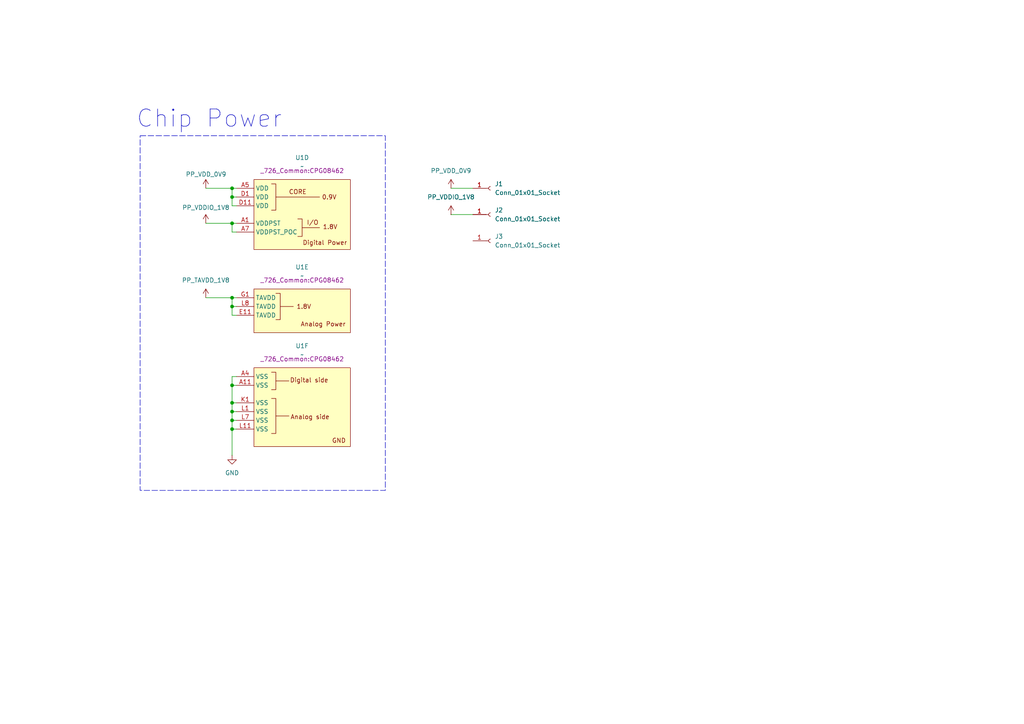
<source format=kicad_sch>
(kicad_sch (version 20231120) (generator "eeschema") (generator_version "8.0")
  (paper "A4")
  (lib_symbols
    (symbol "Connector:Conn_01x01_Socket" (pin_names (offset 1.016) hide)
      (property "Reference" "J" (at 0 2.54 0))
      (property "Value" "Conn_01x01_Socket" (at 0 -2.54 0))
      (symbol "Conn_01x01_Socket_1_1"
        (polyline (pts (xy -1.27 0) (xy -0.508 0)) (stroke (width 0.1524)))
        (arc (start 0 0.508) (mid -0.5058 0) (end 0 -0.508) (stroke (width 0.1524)))
        (pin passive line (at -5.08 0 0) (length 3.81) (name "Pin_1") (number "1"))
      )
    )
    (symbol "_PHASE:PHASEIC_SOCKET"
      (property "Reference" "U" (at 0 9.906 0))
      (property "Footprint" "_726_Common:CPG08462" (at 0 8.382 0))
      (symbol "PHASEIC_SOCKET_1_1"
        (rectangle (start -13.97 6.35) (end 13.97 -26.67) (fill (type background)))
        (text "Digital" (at 10.16 -24.638 0) (effects (font (size 1.27 1.27))))
        (pin input line (at -19.05 3.81 0) (length 5.08) (name "SPI_CS_L") (number "A3"))
        (pin input line (at -19.05 -1.27 0) (length 5.08) (name "SPI_COPI") (number "A6"))
        (pin input clock (at -19.05 -21.59 0) (length 5.08) (name "CLK") (number "A8"))
        (pin input line (at -19.05 1.27 0) (length 5.08) (name "SPI_CLK") (number "B4"))
        (pin output line (at 19.05 -1.27 180) (length 5.08) (name "SPI_CIPO") (number "B5"))
        (pin input clock (at -19.05 -19.05 0) (length 5.08) (name "IO_UCLK") (number "B7"))
        (pin input line (at -19.05 -6.35 0) (length 5.08) (name "RST_L") (number "C1"))
        (pin output line (at 19.05 -13.97 180) (length 5.08) (name "TSCAN_OUT") (number "C11"))
        (pin input line (at -19.05 -13.97 0) (length 5.08) (name "TSCAN_EN") (number "D10"))
        (pin input line (at -19.05 -11.43 0) (length 5.08) (name "SCAN_EN") (number "D2"))
      )
      (symbol "PHASEIC_SOCKET_2_1"
        (rectangle (start -13.97 6.35) (end 13.97 -15.24) (fill (type background)))
        (polyline (pts (xy -2.54 -3.81) (xy -2.54 1.27) (xy 2.54 1.27)))
        (text "Analog Biasing" (at -5.842 -13.208 0) (effects (font (size 1.27 1.27))))
        (text "CS drain probe" (at -1.778 -5.842 0) (effects (font (size 1.27 1.27))))
        (pin bidirectional line (at -19.05 -1.27 0) (length 5.08) (name "vrbias") (number "K5"))
        (pin output line (at 19.05 -8.89 180) (length 5.08) (name "vbias0") (number "K6"))
        (pin output line (at 19.05 1.27 180) (length 5.08) (name "vd1_dummy") (number "K9"))
        (pin output line (at 19.05 -1.27 180) (length 5.08) (name "vlvl_p_dummy") (number "L10"))
        (pin output line (at 19.05 -11.43 180) (length 5.08) (name "vbias2") (number "L4"))
        (pin bidirectional line (at -19.05 1.27 0) (length 5.08) (name "vbias1") (number "L5"))
        (pin input line (at -19.05 3.81 0) (length 5.08) (name "vlvl") (number "L6"))
        (pin output line (at 19.05 3.81 180) (length 5.08) (name "iout_dummy") (number "L9"))
      )
      (symbol "PHASEIC_SOCKET_3_1"
        (rectangle (start -6.35 6.35) (end 6.35 -43.18) (fill (type background)))
        (text "Outputs" (at -2.032 -41.656 0) (effects (font (size 1.27 1.27))))
        (pin output line (at 11.43 1.27 180) (length 5.08) (name "output_0b") (number "E1"))
        (pin output line (at 11.43 -36.83 180) (length 5.08) (name "output_5b") (number "E10"))
        (pin output line (at 11.43 3.81 180) (length 5.08) (name "output_0a") (number "E2"))
        (pin output line (at 11.43 -26.67 180) (length 5.08) (name "output_4a") (number "F10"))
        (pin output line (at 11.43 -34.29 180) (length 5.08) (name "output_5a") (number "F11"))
        (pin output line (at 11.43 -19.05 180) (length 5.08) (name "output_3a") (number "G10"))
        (pin output line (at 11.43 -29.21 180) (length 5.08) (name "output_4b") (number "G11"))
        (pin output line (at 11.43 -3.81 180) (length 5.08) (name "output_1a") (number "G2"))
        (pin output line (at 11.43 -6.35 180) (length 5.08) (name "output_1b") (number "H1"))
        (pin output line (at 11.43 -21.59 180) (length 5.08) (name "output_3b") (number "H11"))
        (pin output line (at 11.43 -11.43 180) (length 5.08) (name "output_2a") (number "H2"))
        (pin output line (at 11.43 -13.97 180) (length 5.08) (name "output_2b") (number "J1"))
      )
      (symbol "PHASEIC_SOCKET_4_1"
        (rectangle (start -13.97 6.35) (end 13.97 -13.97) (fill (type background)))
        (polyline (pts (xy -7.62 1.27) (xy 5.08 1.27)))
        (polyline (pts (xy 0 -7.62) (xy 5.08 -7.62)))
        (polyline (pts (xy -8.89 5.08) (xy -7.62 5.08) (xy -7.62 -2.54) (xy -8.89 -2.54)))
        (polyline (pts (xy -1.27 -5.08) (xy 0 -5.08) (xy 0 -10.16) (xy -1.27 -10.16)))
        (text "0.9V" (at 7.874 1.27 0) (effects (font (size 1.27 1.27))))
        (text "1.8V" (at 8.128 -7.366 0) (effects (font (size 1.27 1.27))))
        (text "CORE" (at -1.27 2.794 0) (effects (font (size 1.27 1.27))))
        (text "Digital Power" (at 6.604 -11.938 0) (effects (font (size 1.27 1.27))))
        (text "I/O" (at 3.048 -6.096 0) (effects (font (size 1.27 1.27))))
        (pin power_in line (at -19.05 -6.35 0) (length 5.08) (name "VDDPST") (number "A1"))
        (pin power_in line (at -19.05 3.81 0) (length 5.08) (name "VDD") (number "A5"))
        (pin power_in line (at -19.05 -8.89 0) (length 5.08) (name "VDDPST_POC") (number "A7"))
        (pin power_in line (at -19.05 1.27 0) (length 5.08) (name "VDD") (number "D1"))
        (pin power_in line (at -19.05 -1.27 0) (length 5.08) (name "VDD") (number "D11"))
      )
      (symbol "PHASEIC_SOCKET_5_1"
        (rectangle (start -13.97 6.35) (end 13.97 -6.35) (fill (type background)))
        (polyline (pts (xy -6.35 1.27) (xy -2.54 1.27)))
        (polyline (pts (xy -7.62 5.08) (xy -6.35 5.08) (xy -6.35 -2.54) (xy -7.62 -2.54)))
        (text "1.8V" (at 0.508 1.27 0) (effects (font (size 1.27 1.27))))
        (text "Analog Power" (at 6.096 -3.81 0) (effects (font (size 1.27 1.27))))
        (pin power_in line (at -19.05 -1.27 0) (length 5.08) (name "TAVDD") (number "E11"))
        (pin power_in line (at -19.05 3.81 0) (length 5.08) (name "TAVDD") (number "G1"))
        (pin power_in line (at -19.05 1.27 0) (length 5.08) (name "TAVDD") (number "L8"))
      )
      (symbol "PHASEIC_SOCKET_6_1"
        (rectangle (start -13.97 6.35) (end 13.97 -16.51) (fill (type background)))
        (polyline (pts (xy -7.62 -7.62) (xy -3.81 -7.62)))
        (polyline (pts (xy -7.62 2.54) (xy -3.81 2.54)))
        (polyline (pts (xy -8.89 -2.54) (xy -7.62 -2.54) (xy -7.62 -12.7) (xy -8.89 -12.7)))
        (polyline (pts (xy -8.89 5.08) (xy -7.62 5.08) (xy -7.62 0) (xy -8.89 0)))
        (text "Analog side" (at 2.286 -7.874 0) (effects (font (size 1.27 1.27))))
        (text "Digital side" (at 2.032 2.794 0) (effects (font (size 1.27 1.27))))
        (text "GND\n\n" (at 10.668 -15.748 0) (effects (font (size 1.27 1.27))))
        (pin bidirectional line (at -19.05 1.27 0) (length 5.08) (name "VSS") (number "A11"))
        (pin bidirectional line (at -19.05 3.81 0) (length 5.08) (name "VSS") (number "A4"))
        (pin bidirectional line (at -19.05 -3.81 0) (length 5.08) (name "VSS") (number "K1"))
        (pin bidirectional line (at -19.05 -6.35 0) (length 5.08) (name "VSS") (number "L1"))
        (pin bidirectional line (at -19.05 -11.43 0) (length 5.08) (name "VSS") (number "L11"))
        (pin bidirectional line (at -19.05 -8.89 0) (length 5.08) (name "VSS") (number "L7"))
      )
    )
    (symbol "power:+1V2" (power) (pin_numbers hide) (pin_names (offset 0) hide)
      (property "Value" "+1V2" (at 0 3.556 0))
      (symbol "+1V2_0_1"
        (polyline (pts (xy -0.762 1.27) (xy 0 2.54)))
        (polyline (pts (xy 0 0) (xy 0 2.54)))
        (polyline (pts (xy 0 2.54) (xy 0.762 1.27)))
      )
      (symbol "+1V2_1_1"
        (pin power_in line (at 0 0 90) (length 0) (name "~") (number "1"))
      )
    )
    (symbol "power:+1V8" (power) (pin_numbers hide) (pin_names (offset 0) hide)
      (property "Value" "+1V8" (at 0 3.556 0))
      (symbol "+1V8_0_1"
        (polyline (pts (xy -0.762 1.27) (xy 0 2.54)))
        (polyline (pts (xy 0 0) (xy 0 2.54)))
        (polyline (pts (xy 0 2.54) (xy 0.762 1.27)))
      )
      (symbol "+1V8_1_1"
        (pin power_in line (at 0 0 90) (length 0) (name "~") (number "1"))
      )
    )
    (symbol "power:GND" (power) (pin_numbers hide) (pin_names (offset 0) hide)
      (property "Value" "GND" (at 0 -3.81 0))
      (symbol "GND_0_1"
        (polyline (pts (xy 0 0) (xy 0 -1.27) (xy 1.27 -1.27) (xy 0 -2.54) (xy -1.27 -1.27) (xy 0 -1.27)))
      )
      (symbol "GND_1_1"
        (pin power_in line (at 0 0 270) (length 0) (name "~") (number "1"))
      )
    )
  )
  (junction (at 67.31 124.46))
  (junction (at 67.31 116.84))
  (junction (at 67.31 64.77))
  (junction (at 67.31 57.15))
  (junction (at 67.31 119.38))
  (junction (at 67.31 86.36))
  (junction (at 67.31 111.76))
  (junction (at 67.31 88.9))
  (junction (at 67.31 121.92))
  (junction (at 67.31 54.61))
  (wire (pts (xy 130.81 62.23) (xy 137.16 62.23)))
  (wire (pts (xy 67.31 124.46) (xy 67.31 132.08)))
  (wire (pts (xy 67.31 91.44) (xy 67.31 88.9)))
  (wire (pts (xy 67.31 64.77) (xy 68.58 64.77)))
  (wire (pts (xy 67.31 88.9) (xy 68.58 88.9)))
  (wire (pts (xy 67.31 88.9) (xy 67.31 86.36)))
  (wire (pts (xy 68.58 109.22) (xy 67.31 109.22)))
  (wire (pts (xy 67.31 59.69) (xy 68.58 59.69)))
  (wire (pts (xy 68.58 91.44) (xy 67.31 91.44)))
  (wire (pts (xy 67.31 119.38) (xy 68.58 119.38)))
  (wire (pts (xy 68.58 121.92) (xy 67.31 121.92)))
  (wire (pts (xy 59.69 54.61) (xy 67.31 54.61)))
  (wire (pts (xy 67.31 116.84) (xy 68.58 116.84)))
  (wire (pts (xy 59.69 86.36) (xy 67.31 86.36)))
  (wire (pts (xy 67.31 64.77) (xy 67.31 67.31)))
  (wire (pts (xy 67.31 67.31) (xy 68.58 67.31)))
  (wire (pts (xy 67.31 57.15) (xy 68.58 57.15)))
  (wire (pts (xy 67.31 57.15) (xy 67.31 54.61)))
  (wire (pts (xy 67.31 111.76) (xy 68.58 111.76)))
  (wire (pts (xy 67.31 124.46) (xy 68.58 124.46)))
  (wire (pts (xy 67.31 109.22) (xy 67.31 111.76)))
  (wire (pts (xy 67.31 111.76) (xy 67.31 116.84)))
  (wire (pts (xy 67.31 121.92) (xy 67.31 124.46)))
  (wire (pts (xy 67.31 86.36) (xy 68.58 86.36)))
  (wire (pts (xy 67.31 54.61) (xy 68.58 54.61)))
  (wire (pts (xy 59.69 64.77) (xy 67.31 64.77)))
  (wire (pts (xy 67.31 119.38) (xy 67.31 121.92)))
  (wire (pts (xy 130.81 54.61) (xy 137.16 54.61)))
  (wire (pts (xy 67.31 116.84) (xy 67.31 119.38)))
  (wire (pts (xy 67.31 59.69) (xy 67.31 57.15)))
  (rectangle (start 40.64 39.37) (end 111.76 142.24) (stroke (width 0) (type dash)))
  (text "Chip Power" (at 60.706 34.544 0) (effects (font (size 5 5))))
  (symbol (lib_id "power:+1V8") (at 59.69 86.36 0) (unit 1)
    (property "Reference" "#PWR08" (effects (hide yes)))
    (property "Value" "PP_TAVDD_1V8" (at 59.69 81.28 0))
    (property "Description" "Power symbol creates a global label with name \"+1V8\"" (effects (hide yes)))
  )
  (symbol (lib_id "Connector:Conn_01x01_Socket") (at 142.24 62.23 0) (unit 1)
    (property "Reference" "J2" (at 143.51 60.9599 0) (effects (justify left)))
    (property "Value" "Conn_01x01_Socket" (at 143.51 63.4999 0) (effects (justify left)))
    (property "Description" "Generic connector, single row, 01x01, script generated" (effects (hide yes)))
  )
  (symbol (lib_id "power:+1V8") (at 59.69 54.61 0) (unit 1)
    (property "Reference" "#PWR06" (effects (hide yes)))
    (property "Value" "PP_VDD_0V9" (at 53.848 50.546 0) (effects (justify left)))
    (property "Description" "Power symbol creates a global label with name \"+1V8\"" (effects (hide yes)))
  )
  (symbol (lib_id "Connector:Conn_01x01_Socket") (at 142.24 54.61 0) (unit 1)
    (property "Reference" "J1" (at 143.51 53.3399 0) (effects (justify left)))
    (property "Value" "Conn_01x01_Socket" (at 143.51 55.8799 0) (effects (justify left)))
    (property "Description" "Generic connector, single row, 01x01, script generated" (effects (hide yes)))
  )
  (symbol (lib_id "Connector:Conn_01x01_Socket") (at 142.24 69.85 0) (unit 1)
    (property "Reference" "J3" (at 143.51 68.5799 0) (effects (justify left)))
    (property "Value" "Conn_01x01_Socket" (at 143.51 71.1199 0) (effects (justify left)))
    (property "Description" "Generic connector, single row, 01x01, script generated" (effects (hide yes)))
  )
  (symbol (lib_id "_PHASE:PHASEIC_SOCKET") (at 87.63 90.17 0) (unit 5)
    (property "Reference" "U1" (at 87.63 77.47 0))
    (property "Value" "~" (at 87.63 80.01 0))
    (property "Footprint" "_726_Common:CPG08462" (at 87.63 81.28 0))
  )
  (symbol (lib_id "power:+1V2") (at 130.81 62.23 0) (unit 1)
    (property "Reference" "#PWR02" (effects (hide yes)))
    (property "Value" "PP_VDDIO_1V8" (at 130.81 57.15 0))
    (property "Description" "Power symbol creates a global label with name \"+1V2\"" (effects (hide yes)))
  )
  (symbol (lib_id "_PHASE:PHASEIC_SOCKET") (at 87.63 113.03 0) (unit 6)
    (property "Reference" "U1" (at 87.63 100.33 0))
    (property "Value" "~" (at 87.63 102.87 0))
    (property "Footprint" "_726_Common:CPG08462" (at 87.63 104.14 0))
  )
  (symbol (lib_id "power:+1V2") (at 130.81 54.61 0) (unit 1)
    (property "Reference" "#PWR01" (effects (hide yes)))
    (property "Value" "PP_VDD_0V9" (at 130.81 49.53 0))
    (property "Description" "Power symbol creates a global label with name \"+1V2\"" (effects (hide yes)))
  )
  (symbol (lib_id "_PHASE:PHASEIC_SOCKET") (at 87.63 58.42 0) (unit 4)
    (property "Reference" "U1" (at 87.63 45.72 0))
    (property "Value" "~" (at 87.63 48.26 0))
    (property "Footprint" "_726_Common:CPG08462" (at 87.63 49.53 0))
  )
  (symbol (lib_id "power:+1V8") (at 59.69 64.77 0) (unit 1)
    (property "Reference" "#PWR07" (effects (hide yes)))
    (property "Value" "PP_VDDIO_1V8" (at 52.832 60.198 0) (effects (justify left)))
    (property "Description" "Power symbol creates a global label with name \"+1V8\"" (effects (hide yes)))
  )
  (symbol (lib_id "power:GND") (at 67.31 132.08 0) (unit 1)
    (property "Reference" "#PWR09" (effects (hide yes)))
    (property "Value" "GND" (at 67.31 137.16 0))
    (property "Description" "Power symbol creates a global label with name \"GND\" , ground" (effects (hide yes)))
  )
)
</source>
